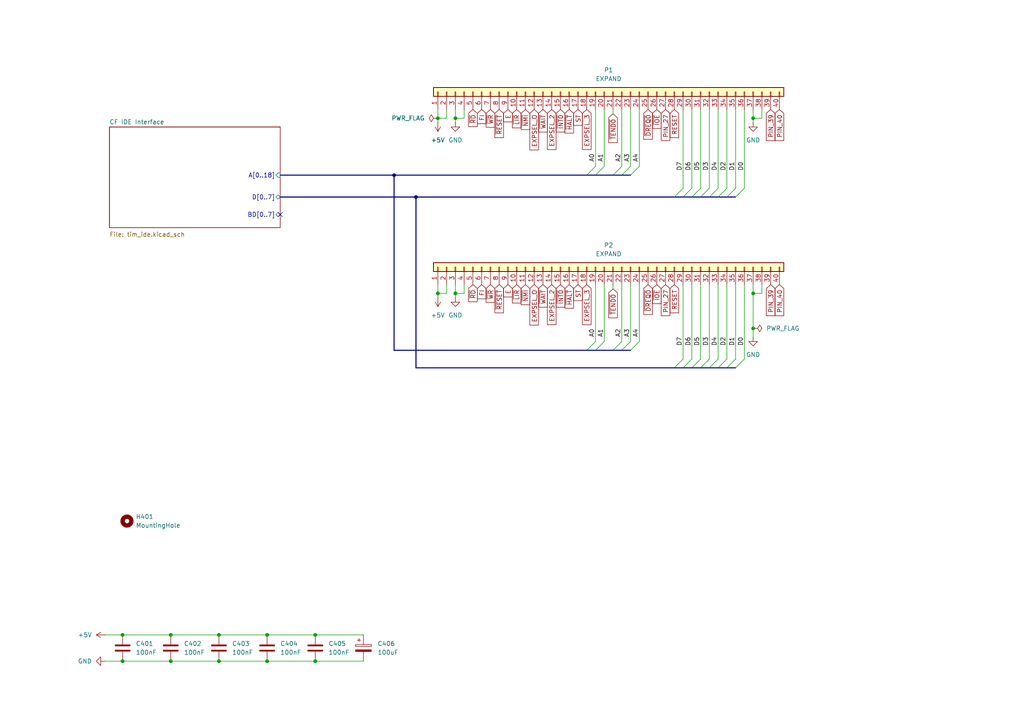
<source format=kicad_sch>
(kicad_sch (version 20231120) (generator "eeschema") (generator_version "8.0")
  (paper "A4")
  (lib_symbols
    (symbol "Connector_Generic:Conn_01x40" (pin_names (offset 1.016) hide)
      (property "Reference" "J" (at 0 50.8 0))
      (property "Value" "Conn_01x40" (at 0 -53.34 0))
      (symbol "Conn_01x40_1_1"
        (rectangle (start -1.27 -50.673) (end 0 -50.927) (stroke (width 0.1524)))
        (rectangle (start -1.27 -48.133) (end 0 -48.387) (stroke (width 0.1524)))
        (rectangle (start -1.27 -45.593) (end 0 -45.847) (stroke (width 0.1524)))
        (rectangle (start -1.27 -43.053) (end 0 -43.307) (stroke (width 0.1524)))
        (rectangle (start -1.27 -40.513) (end 0 -40.767) (stroke (width 0.1524)))
        (rectangle (start -1.27 -37.973) (end 0 -38.227) (stroke (width 0.1524)))
        (rectangle (start -1.27 -35.433) (end 0 -35.687) (stroke (width 0.1524)))
        (rectangle (start -1.27 -32.893) (end 0 -33.147) (stroke (width 0.1524)))
        (rectangle (start -1.27 -30.353) (end 0 -30.607) (stroke (width 0.1524)))
        (rectangle (start -1.27 -27.813) (end 0 -28.067) (stroke (width 0.1524)))
        (rectangle (start -1.27 -25.273) (end 0 -25.527) (stroke (width 0.1524)))
        (rectangle (start -1.27 -22.733) (end 0 -22.987) (stroke (width 0.1524)))
        (rectangle (start -1.27 -20.193) (end 0 -20.447) (stroke (width 0.1524)))
        (rectangle (start -1.27 -17.653) (end 0 -17.907) (stroke (width 0.1524)))
        (rectangle (start -1.27 -15.113) (end 0 -15.367) (stroke (width 0.1524)))
        (rectangle (start -1.27 -12.573) (end 0 -12.827) (stroke (width 0.1524)))
        (rectangle (start -1.27 -10.033) (end 0 -10.287) (stroke (width 0.1524)))
        (rectangle (start -1.27 -7.493) (end 0 -7.747) (stroke (width 0.1524)))
        (rectangle (start -1.27 -4.953) (end 0 -5.207) (stroke (width 0.1524)))
        (rectangle (start -1.27 -2.413) (end 0 -2.667) (stroke (width 0.1524)))
        (rectangle (start -1.27 0.127) (end 0 -0.127) (stroke (width 0.1524)))
        (rectangle (start -1.27 2.667) (end 0 2.413) (stroke (width 0.1524)))
        (rectangle (start -1.27 5.207) (end 0 4.953) (stroke (width 0.1524)))
        (rectangle (start -1.27 7.747) (end 0 7.493) (stroke (width 0.1524)))
        (rectangle (start -1.27 10.287) (end 0 10.033) (stroke (width 0.1524)))
        (rectangle (start -1.27 12.827) (end 0 12.573) (stroke (width 0.1524)))
        (rectangle (start -1.27 15.367) (end 0 15.113) (stroke (width 0.1524)))
        (rectangle (start -1.27 17.907) (end 0 17.653) (stroke (width 0.1524)))
        (rectangle (start -1.27 20.447) (end 0 20.193) (stroke (width 0.1524)))
        (rectangle (start -1.27 22.987) (end 0 22.733) (stroke (width 0.1524)))
        (rectangle (start -1.27 25.527) (end 0 25.273) (stroke (width 0.1524)))
        (rectangle (start -1.27 28.067) (end 0 27.813) (stroke (width 0.1524)))
        (rectangle (start -1.27 30.607) (end 0 30.353) (stroke (width 0.1524)))
        (rectangle (start -1.27 33.147) (end 0 32.893) (stroke (width 0.1524)))
        (rectangle (start -1.27 35.687) (end 0 35.433) (stroke (width 0.1524)))
        (rectangle (start -1.27 38.227) (end 0 37.973) (stroke (width 0.1524)))
        (rectangle (start -1.27 40.767) (end 0 40.513) (stroke (width 0.1524)))
        (rectangle (start -1.27 43.307) (end 0 43.053) (stroke (width 0.1524)))
        (rectangle (start -1.27 45.847) (end 0 45.593) (stroke (width 0.1524)))
        (rectangle (start -1.27 48.387) (end 0 48.133) (stroke (width 0.1524)))
        (rectangle (start -1.27 49.53) (end 1.27 -52.07) (stroke (width 0.254)) (fill (type background)))
        (pin passive line (at -5.08 48.26 0) (length 3.81) (name "Pin_1") (number "1"))
        (pin passive line (at -5.08 25.4 0) (length 3.81) (name "Pin_10") (number "10"))
        (pin passive line (at -5.08 22.86 0) (length 3.81) (name "Pin_11") (number "11"))
        (pin passive line (at -5.08 20.32 0) (length 3.81) (name "Pin_12") (number "12"))
        (pin passive line (at -5.08 17.78 0) (length 3.81) (name "Pin_13") (number "13"))
        (pin passive line (at -5.08 15.24 0) (length 3.81) (name "Pin_14") (number "14"))
        (pin passive line (at -5.08 12.7 0) (length 3.81) (name "Pin_15") (number "15"))
        (pin passive line (at -5.08 10.16 0) (length 3.81) (name "Pin_16") (number "16"))
        (pin passive line (at -5.08 7.62 0) (length 3.81) (name "Pin_17") (number "17"))
        (pin passive line (at -5.08 5.08 0) (length 3.81) (name "Pin_18") (number "18"))
        (pin passive line (at -5.08 2.54 0) (length 3.81) (name "Pin_19") (number "19"))
        (pin passive line (at -5.08 45.72 0) (length 3.81) (name "Pin_2") (number "2"))
        (pin passive line (at -5.08 0 0) (length 3.81) (name "Pin_20") (number "20"))
        (pin passive line (at -5.08 -2.54 0) (length 3.81) (name "Pin_21") (number "21"))
        (pin passive line (at -5.08 -5.08 0) (length 3.81) (name "Pin_22") (number "22"))
        (pin passive line (at -5.08 -7.62 0) (length 3.81) (name "Pin_23") (number "23"))
        (pin passive line (at -5.08 -10.16 0) (length 3.81) (name "Pin_24") (number "24"))
        (pin passive line (at -5.08 -12.7 0) (length 3.81) (name "Pin_25") (number "25"))
        (pin passive line (at -5.08 -15.24 0) (length 3.81) (name "Pin_26") (number "26"))
        (pin passive line (at -5.08 -17.78 0) (length 3.81) (name "Pin_27") (number "27"))
        (pin passive line (at -5.08 -20.32 0) (length 3.81) (name "Pin_28") (number "28"))
        (pin passive line (at -5.08 -22.86 0) (length 3.81) (name "Pin_29") (number "29"))
        (pin passive line (at -5.08 43.18 0) (length 3.81) (name "Pin_3") (number "3"))
        (pin passive line (at -5.08 -25.4 0) (length 3.81) (name "Pin_30") (number "30"))
        (pin passive line (at -5.08 -27.94 0) (length 3.81) (name "Pin_31") (number "31"))
        (pin passive line (at -5.08 -30.48 0) (length 3.81) (name "Pin_32") (number "32"))
        (pin passive line (at -5.08 -33.02 0) (length 3.81) (name "Pin_33") (number "33"))
        (pin passive line (at -5.08 -35.56 0) (length 3.81) (name "Pin_34") (number "34"))
        (pin passive line (at -5.08 -38.1 0) (length 3.81) (name "Pin_35") (number "35"))
        (pin passive line (at -5.08 -40.64 0) (length 3.81) (name "Pin_36") (number "36"))
        (pin passive line (at -5.08 -43.18 0) (length 3.81) (name "Pin_37") (number "37"))
        (pin passive line (at -5.08 -45.72 0) (length 3.81) (name "Pin_38") (number "38"))
        (pin passive line (at -5.08 -48.26 0) (length 3.81) (name "Pin_39") (number "39"))
        (pin passive line (at -5.08 40.64 0) (length 3.81) (name "Pin_4") (number "4"))
        (pin passive line (at -5.08 -50.8 0) (length 3.81) (name "Pin_40") (number "40"))
        (pin passive line (at -5.08 38.1 0) (length 3.81) (name "Pin_5") (number "5"))
        (pin passive line (at -5.08 35.56 0) (length 3.81) (name "Pin_6") (number "6"))
        (pin passive line (at -5.08 33.02 0) (length 3.81) (name "Pin_7") (number "7"))
        (pin passive line (at -5.08 30.48 0) (length 3.81) (name "Pin_8") (number "8"))
        (pin passive line (at -5.08 27.94 0) (length 3.81) (name "Pin_9") (number "9"))
      )
    )
    (symbol "Device:C" (pin_numbers hide) (pin_names (offset 0.254))
      (property "Reference" "C" (at 0.635 2.54 0))
      (property "Value" "C" (at 0.635 -2.54 0))
      (symbol "C_0_1"
        (polyline (pts (xy -2.032 -0.762) (xy 2.032 -0.762)) (stroke (width 0.508)))
        (polyline (pts (xy -2.032 0.762) (xy 2.032 0.762)) (stroke (width 0.508)))
      )
      (symbol "C_1_1"
        (pin passive line (at 0 3.81 270) (length 2.794) (name "~") (number "1"))
        (pin passive line (at 0 -3.81 90) (length 2.794) (name "~") (number "2"))
      )
    )
    (symbol "Device:C_Polarized" (pin_numbers hide) (pin_names (offset 0.254))
      (property "Reference" "C" (at 0.635 2.54 0))
      (property "Value" "C_Polarized" (at 0.635 -2.54 0))
      (symbol "C_Polarized_0_1"
        (rectangle (start -2.286 0.508) (end 2.286 1.016))
        (polyline (pts (xy -1.778 2.286) (xy -0.762 2.286)))
        (polyline (pts (xy -1.27 2.794) (xy -1.27 1.778)))
        (rectangle (start 2.286 -0.508) (end -2.286 -1.016) (fill (type outline)))
      )
      (symbol "C_Polarized_1_1"
        (pin passive line (at 0 3.81 270) (length 2.794) (name "~") (number "1"))
        (pin passive line (at 0 -3.81 90) (length 2.794) (name "~") (number "2"))
      )
    )
    (symbol "Mechanical:MountingHole" (pin_names (offset 1.016)) (exclude_from_sim yes) (in_bom no)
      (property "Reference" "H" (at 0 5.08 0))
      (property "Value" "MountingHole" (at 0 3.175 0))
      (symbol "MountingHole_0_1"
        (circle (center 0 0) (radius 1.27) (stroke (width 1.27)))
      )
    )
    (symbol "power:+5V" (power) (pin_numbers hide) (pin_names (offset 0) hide)
      (property "Value" "+5V" (at 0 3.556 0))
      (symbol "+5V_0_1"
        (polyline (pts (xy -0.762 1.27) (xy 0 2.54)))
        (polyline (pts (xy 0 0) (xy 0 2.54)))
        (polyline (pts (xy 0 2.54) (xy 0.762 1.27)))
      )
      (symbol "+5V_1_1"
        (pin power_in line (at 0 0 90) (length 0) (name "~") (number "1"))
      )
    )
    (symbol "power:GND" (power) (pin_numbers hide) (pin_names (offset 0) hide)
      (property "Value" "GND" (at 0 -3.81 0))
      (symbol "GND_0_1"
        (polyline (pts (xy 0 0) (xy 0 -1.27) (xy 1.27 -1.27) (xy 0 -2.54) (xy -1.27 -1.27) (xy 0 -1.27)))
      )
      (symbol "GND_1_1"
        (pin power_in line (at 0 0 270) (length 0) (name "~") (number "1"))
      )
    )
    (symbol "power:PWR_FLAG" (power) (pin_numbers hide) (pin_names (offset 0) hide)
      (property "Value" "PWR_FLAG" (at 0 3.81 0))
      (symbol "PWR_FLAG_0_0"
        (pin power_out line (at 0 0 90) (length 0) (name "~") (number "1"))
      )
      (symbol "PWR_FLAG_0_1"
        (polyline (pts (xy 0 0) (xy 0 1.27) (xy -1.016 1.905) (xy 0 2.54) (xy 1.016 1.905) (xy 0 1.27)))
      )
    )
  )
  (junction (at 49.53 191.77))
  (junction (at 132.08 34.29))
  (junction (at 35.56 191.77))
  (junction (at 120.65 57.15))
  (junction (at 114.3 50.8))
  (junction (at 91.44 191.77))
  (junction (at 63.5 184.15))
  (junction (at 127 34.29))
  (junction (at 218.44 95.25))
  (junction (at 127 85.09))
  (junction (at 132.08 85.09))
  (junction (at 35.56 184.15))
  (junction (at 49.53 184.15))
  (junction (at 77.47 191.77))
  (junction (at 218.44 34.29))
  (junction (at 77.47 184.15))
  (junction (at 63.5 191.77))
  (junction (at 91.44 184.15))
  (junction (at 218.44 85.09))
  (no_connect (at 81.28 62.23))
  (bus_entry (at 182.88 50.8) (size 2.54 -2.54))
  (bus_entry (at 203.2 57.15) (size 2.54 -2.54))
  (bus_entry (at 198.12 106.68) (size 2.54 -2.54))
  (bus_entry (at 213.36 57.15) (size 2.54 -2.54))
  (bus_entry (at 208.28 57.15) (size 2.54 -2.54))
  (bus_entry (at 195.58 57.15) (size 2.54 -2.54))
  (bus_entry (at 203.2 106.68) (size 2.54 -2.54))
  (bus_entry (at 210.82 106.68) (size 2.54 -2.54))
  (bus_entry (at 200.66 57.15) (size 2.54 -2.54))
  (bus_entry (at 172.72 50.8) (size 2.54 -2.54))
  (bus_entry (at 198.12 57.15) (size 2.54 -2.54))
  (bus_entry (at 180.34 50.8) (size 2.54 -2.54))
  (bus_entry (at 170.18 101.6) (size 2.54 -2.54))
  (bus_entry (at 208.28 106.68) (size 2.54 -2.54))
  (bus_entry (at 210.82 57.15) (size 2.54 -2.54))
  (bus_entry (at 177.8 50.8) (size 2.54 -2.54))
  (bus_entry (at 195.58 106.68) (size 2.54 -2.54))
  (bus_entry (at 200.66 106.68) (size 2.54 -2.54))
  (bus_entry (at 182.88 101.6) (size 2.54 -2.54))
  (bus_entry (at 180.34 101.6) (size 2.54 -2.54))
  (bus_entry (at 213.36 106.68) (size 2.54 -2.54))
  (bus_entry (at 205.74 57.15) (size 2.54 -2.54))
  (bus_entry (at 177.8 101.6) (size 2.54 -2.54))
  (bus_entry (at 172.72 101.6) (size 2.54 -2.54))
  (bus_entry (at 170.18 50.8) (size 2.54 -2.54))
  (bus_entry (at 205.74 106.68) (size 2.54 -2.54))
  (bus (pts (xy 198.12 106.68) (xy 200.66 106.68)))
  (bus (pts (xy 203.2 106.68) (xy 205.74 106.68)))
  (wire (pts (xy 132.08 85.09) (xy 132.08 82.55)))
  (bus (pts (xy 120.65 57.15) (xy 120.65 106.68)))
  (bus (pts (xy 200.66 106.68) (xy 203.2 106.68)))
  (wire (pts (xy 127 34.29) (xy 129.54 34.29)))
  (wire (pts (xy 91.44 191.77) (xy 105.41 191.77)))
  (bus (pts (xy 120.65 106.68) (xy 195.58 106.68)))
  (bus (pts (xy 180.34 50.8) (xy 182.88 50.8)))
  (wire (pts (xy 220.98 34.29) (xy 220.98 31.75)))
  (wire (pts (xy 132.08 85.09) (xy 134.62 85.09)))
  (wire (pts (xy 203.2 31.75) (xy 203.2 54.61)))
  (wire (pts (xy 218.44 34.29) (xy 218.44 31.75)))
  (wire (pts (xy 213.36 31.75) (xy 213.36 54.61)))
  (wire (pts (xy 35.56 191.77) (xy 49.53 191.77)))
  (bus (pts (xy 205.74 57.15) (xy 208.28 57.15)))
  (bus (pts (xy 120.65 57.15) (xy 195.58 57.15)))
  (wire (pts (xy 208.28 31.75) (xy 208.28 54.61)))
  (wire (pts (xy 205.74 31.75) (xy 205.74 54.61)))
  (wire (pts (xy 132.08 34.29) (xy 132.08 31.75)))
  (wire (pts (xy 63.5 184.15) (xy 77.47 184.15)))
  (wire (pts (xy 127 86.36) (xy 127 85.09)))
  (wire (pts (xy 177.8 83.82) (xy 177.8 82.55)))
  (bus (pts (xy 172.72 101.6) (xy 177.8 101.6)))
  (bus (pts (xy 203.2 57.15) (xy 205.74 57.15)))
  (bus (pts (xy 177.8 50.8) (xy 180.34 50.8)))
  (bus (pts (xy 170.18 101.6) (xy 172.72 101.6)))
  (bus (pts (xy 210.82 57.15) (xy 213.36 57.15)))
  (bus (pts (xy 114.3 101.6) (xy 170.18 101.6)))
  (wire (pts (xy 127 34.29) (xy 127 31.75)))
  (bus (pts (xy 180.34 101.6) (xy 182.88 101.6)))
  (wire (pts (xy 127 35.56) (xy 127 34.29)))
  (wire (pts (xy 203.2 82.55) (xy 203.2 104.14)))
  (wire (pts (xy 30.48 184.15) (xy 35.56 184.15)))
  (wire (pts (xy 215.9 31.75) (xy 215.9 54.61)))
  (bus (pts (xy 170.18 50.8) (xy 172.72 50.8)))
  (bus (pts (xy 200.66 57.15) (xy 203.2 57.15)))
  (bus (pts (xy 81.28 57.15) (xy 120.65 57.15)))
  (wire (pts (xy 132.08 35.56) (xy 132.08 34.29)))
  (wire (pts (xy 175.26 82.55) (xy 175.26 99.06)))
  (wire (pts (xy 215.9 82.55) (xy 215.9 104.14)))
  (wire (pts (xy 198.12 31.75) (xy 198.12 54.61)))
  (bus (pts (xy 172.72 50.8) (xy 177.8 50.8)))
  (wire (pts (xy 218.44 85.09) (xy 218.44 82.55)))
  (wire (pts (xy 185.42 31.75) (xy 185.42 48.26)))
  (wire (pts (xy 172.72 31.75) (xy 172.72 48.26)))
  (wire (pts (xy 218.44 85.09) (xy 220.98 85.09)))
  (wire (pts (xy 63.5 191.77) (xy 77.47 191.77)))
  (bus (pts (xy 195.58 106.68) (xy 198.12 106.68)))
  (wire (pts (xy 200.66 31.75) (xy 200.66 54.61)))
  (wire (pts (xy 218.44 34.29) (xy 220.98 34.29)))
  (wire (pts (xy 213.36 82.55) (xy 213.36 104.14)))
  (wire (pts (xy 182.88 31.75) (xy 182.88 48.26)))
  (wire (pts (xy 218.44 35.56) (xy 218.44 34.29)))
  (wire (pts (xy 177.8 33.02) (xy 177.8 31.75)))
  (wire (pts (xy 180.34 82.55) (xy 180.34 99.06)))
  (wire (pts (xy 134.62 85.09) (xy 134.62 82.55)))
  (wire (pts (xy 49.53 191.77) (xy 63.5 191.77)))
  (wire (pts (xy 77.47 191.77) (xy 91.44 191.77)))
  (wire (pts (xy 198.12 82.55) (xy 198.12 104.14)))
  (wire (pts (xy 218.44 97.79) (xy 218.44 95.25)))
  (wire (pts (xy 208.28 82.55) (xy 208.28 104.14)))
  (bus (pts (xy 208.28 57.15) (xy 210.82 57.15)))
  (bus (pts (xy 205.74 106.68) (xy 208.28 106.68)))
  (wire (pts (xy 30.48 191.77) (xy 35.56 191.77)))
  (wire (pts (xy 218.44 85.09) (xy 218.44 95.25)))
  (bus (pts (xy 114.3 50.8) (xy 170.18 50.8)))
  (wire (pts (xy 180.34 31.75) (xy 180.34 48.26)))
  (wire (pts (xy 127 85.09) (xy 127 82.55)))
  (wire (pts (xy 172.72 82.55) (xy 172.72 99.06)))
  (wire (pts (xy 175.26 31.75) (xy 175.26 48.26)))
  (wire (pts (xy 77.47 184.15) (xy 91.44 184.15)))
  (wire (pts (xy 200.66 82.55) (xy 200.66 104.14)))
  (wire (pts (xy 127 85.09) (xy 129.54 85.09)))
  (wire (pts (xy 182.88 82.55) (xy 182.88 99.06)))
  (bus (pts (xy 208.28 106.68) (xy 210.82 106.68)))
  (bus (pts (xy 210.82 106.68) (xy 213.36 106.68)))
  (bus (pts (xy 81.28 50.8) (xy 114.3 50.8)))
  (wire (pts (xy 129.54 34.29) (xy 129.54 31.75)))
  (wire (pts (xy 220.98 85.09) (xy 220.98 82.55)))
  (bus (pts (xy 177.8 101.6) (xy 180.34 101.6)))
  (wire (pts (xy 91.44 184.15) (xy 105.41 184.15)))
  (wire (pts (xy 132.08 86.36) (xy 132.08 85.09)))
  (wire (pts (xy 134.62 34.29) (xy 134.62 31.75)))
  (wire (pts (xy 132.08 34.29) (xy 134.62 34.29)))
  (wire (pts (xy 49.53 184.15) (xy 63.5 184.15)))
  (wire (pts (xy 205.74 82.55) (xy 205.74 104.14)))
  (wire (pts (xy 185.42 82.55) (xy 185.42 99.06)))
  (bus (pts (xy 114.3 50.8) (xy 114.3 101.6)))
  (bus (pts (xy 198.12 57.15) (xy 200.66 57.15)))
  (wire (pts (xy 210.82 31.75) (xy 210.82 54.61)))
  (bus (pts (xy 195.58 57.15) (xy 198.12 57.15)))
  (wire (pts (xy 210.82 82.55) (xy 210.82 104.14)))
  (wire (pts (xy 129.54 85.09) (xy 129.54 82.55)))
  (wire (pts (xy 35.56 184.15) (xy 49.53 184.15)))
  (label "A3" (at 182.88 97.79 90))
  (label "D6" (at 200.66 49.53 90))
  (label "A1" (at 175.26 46.99 90))
  (label "A0" (at 172.72 97.79 90))
  (label "D1" (at 213.36 49.53 90))
  (label "A4" (at 185.42 97.79 90))
  (label "A2" (at 180.34 97.79 90))
  (label "D4" (at 208.28 49.53 90))
  (label "D0" (at 215.9 49.53 90))
  (label "D3" (at 205.74 100.33 90))
  (label "D5" (at 203.2 49.53 90))
  (label "D5" (at 203.2 100.33 90))
  (label "A3" (at 182.88 46.99 90))
  (label "A2" (at 180.34 46.99 90))
  (label "D3" (at 205.74 49.53 90))
  (label "A0" (at 172.72 46.99 90))
  (label "D2" (at 210.82 100.33 90))
  (label "D0" (at 215.9 100.33 90))
  (label "D7" (at 198.12 49.53 90))
  (label "D2" (at 210.82 49.53 90))
  (label "D4" (at 208.28 100.33 90))
  (label "A4" (at 185.42 46.99 90))
  (label "D1" (at 213.36 100.33 90))
  (label "D7" (at 198.12 100.33 90))
  (label "D6" (at 200.66 100.33 90))
  (label "A1" (at 175.26 97.79 90))
  (global_label "EXPSEL_O" (shape input) (at 154.94 31.75 270) (property "Intersheetrefs" "${INTERSHEET_REFS}" (effects (hide yes))))
  (global_label "~{IOE}" (shape input) (at 190.5 82.55 270) (property "Intersheetrefs" "${INTERSHEET_REFS}" (effects (hide yes))))
  (global_label "RESET" (shape input) (at 195.58 31.75 270) (property "Intersheetrefs" "${INTERSHEET_REFS}" (effects (hide yes))))
  (global_label "~{RD}" (shape input) (at 137.16 31.75 270) (property "Intersheetrefs" "${INTERSHEET_REFS}" (effects (hide yes))))
  (global_label "~{DREQ0}" (shape input) (at 187.96 31.75 270) (property "Intersheetrefs" "${INTERSHEET_REFS}" (effects (hide yes))))
  (global_label "EXPSEL_3" (shape input) (at 170.18 31.75 270) (property "Intersheetrefs" "${INTERSHEET_REFS}" (effects (hide yes))))
  (global_label "~{DREQ0}" (shape input) (at 187.96 82.55 270) (property "Intersheetrefs" "${INTERSHEET_REFS}" (effects (hide yes))))
  (global_label "PIN_40" (shape input) (at 226.06 31.75 270) (property "Intersheetrefs" "${INTERSHEET_REFS}" (effects (hide yes))))
  (global_label "~{TEND0}" (shape input) (at 177.8 83.82 270) (property "Intersheetrefs" "${INTERSHEET_REFS}" (effects (hide yes))))
  (global_label "~{NMI}" (shape input) (at 152.4 31.75 270) (property "Intersheetrefs" "${INTERSHEET_REFS}" (effects (hide yes))))
  (global_label "RESET" (shape input) (at 195.58 82.55 270) (property "Intersheetrefs" "${INTERSHEET_REFS}" (effects (hide yes))))
  (global_label "~{HALT}" (shape input) (at 165.1 31.75 270) (property "Intersheetrefs" "${INTERSHEET_REFS}" (effects (hide yes))))
  (global_label "PIN_40" (shape input) (at 226.06 82.55 270) (property "Intersheetrefs" "${INTERSHEET_REFS}" (effects (hide yes))))
  (global_label "PIN_39" (shape input) (at 223.52 31.75 270) (property "Intersheetrefs" "${INTERSHEET_REFS}" (effects (hide yes))))
  (global_label "PIN_27" (shape input) (at 193.04 31.75 270) (property "Intersheetrefs" "${INTERSHEET_REFS}" (effects (hide yes))))
  (global_label "PIN_39" (shape input) (at 223.52 82.55 270) (property "Intersheetrefs" "${INTERSHEET_REFS}" (effects (hide yes))))
  (global_label "~{INT0}" (shape input) (at 162.56 31.75 270) (property "Intersheetrefs" "${INTERSHEET_REFS}" (effects (hide yes))))
  (global_label "~{LIR}" (shape input) (at 149.86 82.55 270) (property "Intersheetrefs" "${INTERSHEET_REFS}" (effects (hide yes))))
  (global_label "~{WAIT}" (shape input) (at 157.48 82.55 270) (property "Intersheetrefs" "${INTERSHEET_REFS}" (effects (hide yes))))
  (global_label "~{WAIT}" (shape input) (at 157.48 31.75 270) (property "Intersheetrefs" "${INTERSHEET_REFS}" (effects (hide yes))))
  (global_label "~{RESET}" (shape input) (at 144.78 31.75 270) (property "Intersheetrefs" "${INTERSHEET_REFS}" (effects (hide yes))))
  (global_label "EXPSEL_O" (shape input) (at 154.94 82.55 270) (property "Intersheetrefs" "${INTERSHEET_REFS}" (effects (hide yes))))
  (global_label "~{NMI}" (shape input) (at 152.4 82.55 270) (property "Intersheetrefs" "${INTERSHEET_REFS}" (effects (hide yes))))
  (global_label "FI" (shape input) (at 139.7 31.75 270) (property "Intersheetrefs" "${INTERSHEET_REFS}" (effects (hide yes))))
  (global_label "~{TEND0}" (shape input) (at 177.8 33.02 270) (property "Intersheetrefs" "${INTERSHEET_REFS}" (effects (hide yes))))
  (global_label "ST" (shape input) (at 167.64 31.75 270) (property "Intersheetrefs" "${INTERSHEET_REFS}" (effects (hide yes))))
  (global_label "EXPSEL_2" (shape input) (at 160.02 31.75 270) (property "Intersheetrefs" "${INTERSHEET_REFS}" (effects (hide yes))))
  (global_label "~{WR}" (shape input) (at 142.24 82.55 270) (property "Intersheetrefs" "${INTERSHEET_REFS}" (effects (hide yes))))
  (global_label "E" (shape input) (at 147.32 82.55 270) (property "Intersheetrefs" "${INTERSHEET_REFS}" (effects (hide yes))))
  (global_label "~{LIR}" (shape input) (at 149.86 31.75 270) (property "Intersheetrefs" "${INTERSHEET_REFS}" (effects (hide yes))))
  (global_label "E" (shape input) (at 147.32 31.75 270) (property "Intersheetrefs" "${INTERSHEET_REFS}" (effects (hide yes))))
  (global_label "EXPSEL_3" (shape input) (at 170.18 82.55 270) (property "Intersheetrefs" "${INTERSHEET_REFS}" (effects (hide yes))))
  (global_label "~{RD}" (shape input) (at 137.16 82.55 270) (property "Intersheetrefs" "${INTERSHEET_REFS}" (effects (hide yes))))
  (global_label "EXPSEL_2" (shape input) (at 160.02 82.55 270) (property "Intersheetrefs" "${INTERSHEET_REFS}" (effects (hide yes))))
  (global_label "~{IOE}" (shape input) (at 190.5 31.75 270) (property "Intersheetrefs" "${INTERSHEET_REFS}" (effects (hide yes))))
  (global_label "~{INT0}" (shape input) (at 162.56 82.55 270) (property "Intersheetrefs" "${INTERSHEET_REFS}" (effects (hide yes))))
  (global_label "ST" (shape input) (at 167.64 82.55 270) (property "Intersheetrefs" "${INTERSHEET_REFS}" (effects (hide yes))))
  (global_label "FI" (shape input) (at 139.7 82.55 270) (property "Intersheetrefs" "${INTERSHEET_REFS}" (effects (hide yes))))
  (global_label "~{WR}" (shape input) (at 142.24 31.75 270) (property "Intersheetrefs" "${INTERSHEET_REFS}" (effects (hide yes))))
  (global_label "PIN_27" (shape input) (at 193.04 82.55 270) (property "Intersheetrefs" "${INTERSHEET_REFS}" (effects (hide yes))))
  (global_label "~{RESET}" (shape input) (at 144.78 82.55 270) (property "Intersheetrefs" "${INTERSHEET_REFS}" (effects (hide yes))))
  (global_label "~{HALT}" (shape input) (at 165.1 82.55 270) (property "Intersheetrefs" "${INTERSHEET_REFS}" (effects (hide yes))))
  (symbol (lib_id "power:GND") (at 218.44 35.56 0) (unit 1)
    (property "Reference" "#PWR0335" (effects (hide yes)))
    (property "Value" "GND" (at 218.44 40.64 0))
    (property "Description" "Power symbol creates a global label with name \"GND\" , ground" (effects (hide yes)))
  )
  (symbol (lib_id "power:GND") (at 30.48 191.77 270) (unit 1)
    (property "Reference" "#PWR0233" (effects (hide yes)))
    (property "Value" "GND" (at 26.67 191.7699 90) (effects (justify right)))
    (property "Description" "Power symbol creates a global label with name \"GND\" , ground" (effects (hide yes)))
  )
  (symbol (lib_id "power:+5V") (at 127 35.56 180) (unit 1)
    (property "Reference" "#PWR0306" (effects (hide yes)))
    (property "Value" "+5V" (at 127 40.64 0))
    (property "Description" "Power symbol creates a global label with name \"+5V\"" (effects (hide yes)))
  )
  (symbol (lib_id "Connector_Generic:Conn_01x40") (at 175.26 77.47 90) (unit 1)
    (property "Reference" "P2" (at 176.53 71.12 90))
    (property "Value" "EXPAND" (at 176.53 73.66 90))
    (property "Footprint" "011TIM:PinHeader_2x20 2.54mm" (effects (hide yes)))
    (property "Description" "Generic connector, single row, 01x40, script generated (kicad-library-utils/schlib/autogen/connector/)" (effects (hide yes)))
  )
  (symbol (lib_id "Device:C") (at 49.53 187.96 0) (unit 1)
    (property "Reference" "C402" (at 53.34 186.6899 0) (effects (justify left)))
    (property "Value" "100nF" (at 53.34 189.2299 0) (effects (justify left)))
    (property "Footprint" "011TIM:Ceramic Cap 5.00mm" (effects (hide yes)))
    (property "Description" "Unpolarized capacitor" (effects (hide yes)))
  )
  (symbol (lib_id "power:GND") (at 132.08 35.56 0) (unit 1)
    (property "Reference" "#PWR0333" (effects (hide yes)))
    (property "Value" "GND" (at 132.08 40.64 0))
    (property "Description" "Power symbol creates a global label with name \"GND\" , ground" (effects (hide yes)))
  )
  (symbol (lib_id "power:+5V") (at 30.48 184.15 90) (unit 1)
    (property "Reference" "#PWR0232" (effects (hide yes)))
    (property "Value" "+5V" (at 26.67 184.1499 90) (effects (justify left)))
    (property "Description" "Power symbol creates a global label with name \"+5V\"" (effects (hide yes)))
  )
  (symbol (lib_id "Device:C") (at 35.56 187.96 0) (unit 1)
    (property "Reference" "C401" (at 39.37 186.6899 0) (effects (justify left)))
    (property "Value" "100nF" (at 39.37 189.2299 0) (effects (justify left)))
    (property "Footprint" "011TIM:Ceramic Cap 5.00mm" (effects (hide yes)))
    (property "Description" "Unpolarized capacitor" (effects (hide yes)))
  )
  (symbol (lib_id "Device:C_Polarized") (at 105.41 187.96 0) (unit 1)
    (property "Reference" "C406" (at 109.474 186.69 0) (effects (justify left)))
    (property "Value" "100uF" (at 109.474 189.23 0) (effects (justify left)))
    (property "Footprint" "011TIM:Electrolytic Capacitor Axial or Radial Alt" (effects (hide yes)))
    (property "Description" "Polarized capacitor" (effects (hide yes)))
  )
  (symbol (lib_id "Device:C") (at 63.5 187.96 0) (unit 1)
    (property "Reference" "C403" (at 67.31 186.6899 0) (effects (justify left)))
    (property "Value" "100nF" (at 67.31 189.2299 0) (effects (justify left)))
    (property "Footprint" "011TIM:Ceramic Cap 5.00mm" (effects (hide yes)))
    (property "Description" "Unpolarized capacitor" (effects (hide yes)))
  )
  (symbol (lib_id "Mechanical:MountingHole") (at 36.83 151.13 0) (unit 1) (exclude_from_sim yes) (in_bom no)
    (property "Reference" "H401" (at 39.37 149.8599 0) (effects (justify left)))
    (property "Value" "MountingHole" (at 39.37 152.3999 0) (effects (justify left)))
    (property "Footprint" "011TIM:MountingHole_M2.5" (effects (hide yes)))
    (property "Description" "Mounting Hole without connection" (effects (hide yes)))
  )
  (symbol (lib_id "power:PWR_FLAG") (at 218.44 95.25 270) (unit 1)
    (property "Reference" "#FLG0303" (effects (hide yes)))
    (property "Value" "PWR_FLAG" (at 222.25 95.2499 90) (effects (justify left)))
    (property "Description" "Special symbol for telling ERC where power comes from" (effects (hide yes)))
  )
  (symbol (lib_id "power:GND") (at 218.44 97.79 0) (unit 1)
    (property "Reference" "#PWR0336" (effects (hide yes)))
    (property "Value" "GND" (at 218.44 102.87 0))
    (property "Description" "Power symbol creates a global label with name \"GND\" , ground" (effects (hide yes)))
  )
  (symbol (lib_id "Connector_Generic:Conn_01x40") (at 175.26 26.67 90) (unit 1)
    (property "Reference" "P1" (at 176.53 20.32 90))
    (property "Value" "EXPAND" (at 176.53 22.86 90))
    (property "Footprint" "011TIM:PinHeader_2x20 2.54mm" (effects (hide yes)))
    (property "Description" "Generic connector, single row, 01x40, script generated (kicad-library-utils/schlib/autogen/connector/)" (effects (hide yes)))
  )
  (symbol (lib_id "power:GND") (at 132.08 86.36 0) (unit 1)
    (property "Reference" "#PWR0334" (effects (hide yes)))
    (property "Value" "GND" (at 132.08 91.44 0))
    (property "Description" "Power symbol creates a global label with name \"GND\" , ground" (effects (hide yes)))
  )
  (symbol (lib_id "power:+5V") (at 127 86.36 180) (unit 1)
    (property "Reference" "#PWR0307" (effects (hide yes)))
    (property "Value" "+5V" (at 127 91.44 0))
    (property "Description" "Power symbol creates a global label with name \"+5V\"" (effects (hide yes)))
  )
  (symbol (lib_id "Device:C") (at 91.44 187.96 0) (unit 1)
    (property "Reference" "C405" (at 95.25 186.6899 0) (effects (justify left)))
    (property "Value" "100nF" (at 95.25 189.2299 0) (effects (justify left)))
    (property "Footprint" "011TIM:Ceramic Cap 5.00mm" (effects (hide yes)))
    (property "Description" "Unpolarized capacitor" (effects (hide yes)))
  )
  (symbol (lib_id "Device:C") (at 77.47 187.96 0) (unit 1)
    (property "Reference" "C404" (at 81.28 186.6899 0) (effects (justify left)))
    (property "Value" "100nF" (at 81.28 189.2299 0) (effects (justify left)))
    (property "Footprint" "011TIM:Ceramic Cap 5.00mm" (effects (hide yes)))
    (property "Description" "Unpolarized capacitor" (effects (hide yes)))
  )
  (symbol (lib_id "power:PWR_FLAG") (at 127 34.29 90) (unit 1)
    (property "Reference" "#FLG0302" (effects (hide yes)))
    (property "Value" "PWR_FLAG" (at 123.19 34.2899 90) (effects (justify left)))
    (property "Description" "Special symbol for telling ERC where power comes from" (effects (hide yes)))
  )
  (sheet (at 31.75 36.83) (size 49.53 29.21) (stroke (width 0.1524))
    (property "Sheetname" "CF IDE Interface" (at 31.75 36.1184 0) (effects (justify left bottom)))
    (property "Sheetfile" "tim_ide.kicad_sch" (at 31.75 67.2596 0) (effects (justify left top)))
    (pin "BD[0..7]" bidirectional (at 81.28 62.23 0))
    (pin "A[0..18]" input (at 81.28 50.8 0))
    (pin "D[0..7]" bidirectional (at 81.28 57.15 0))
  )
)
</source>
